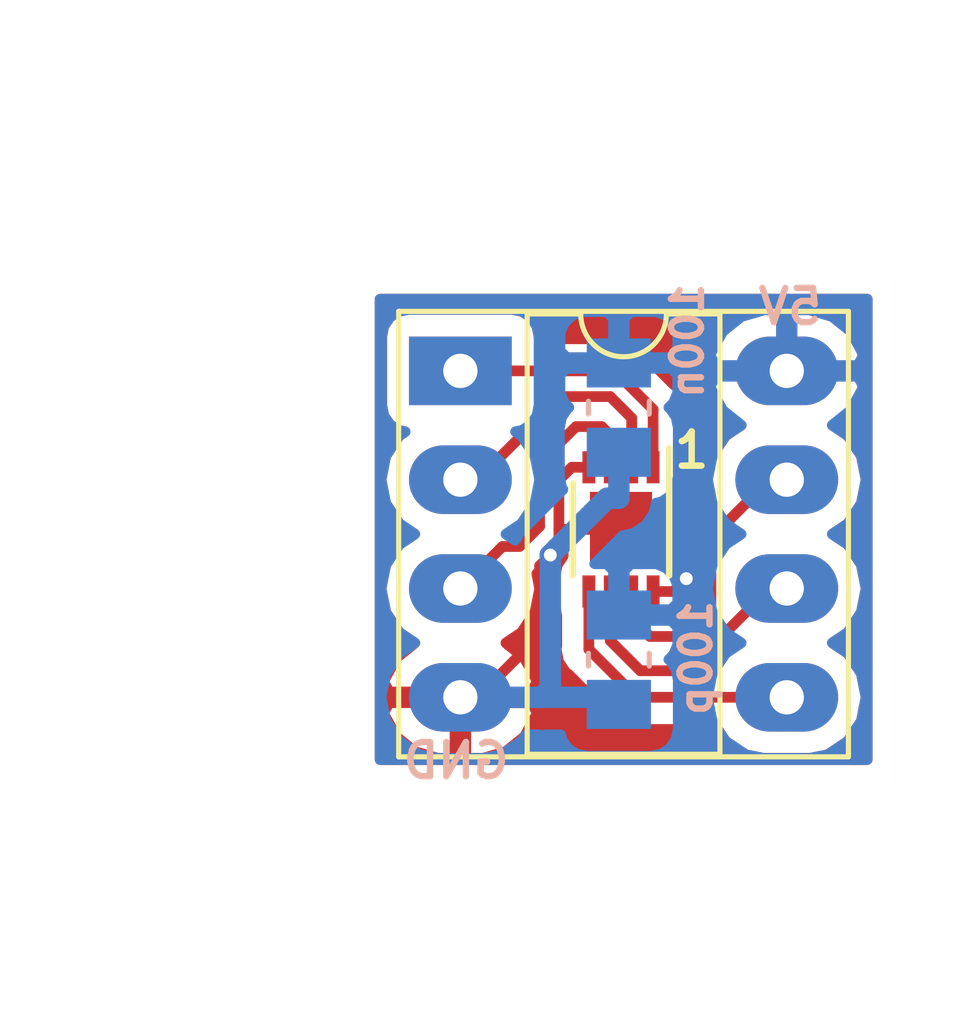
<source format=kicad_pcb>
(kicad_pcb (version 20171130) (host pcbnew "(5.0.0-rc2-dev-70-g2da7199a3)")

  (general
    (thickness 1.6)
    (drawings 7)
    (tracks 61)
    (zones 0)
    (modules 4)
    (nets 9)
  )

  (page A4)
  (layers
    (0 F.Cu signal)
    (31 B.Cu signal)
    (32 B.Adhes user)
    (33 F.Adhes user)
    (34 B.Paste user)
    (35 F.Paste user)
    (36 B.SilkS user)
    (37 F.SilkS user)
    (38 B.Mask user)
    (39 F.Mask user)
    (40 Dwgs.User user)
    (41 Cmts.User user)
    (42 Eco1.User user)
    (43 Eco2.User user)
    (44 Edge.Cuts user)
    (45 Margin user)
    (46 B.CrtYd user)
    (47 F.CrtYd user)
    (48 B.Fab user)
    (49 F.Fab user)
  )

  (setup
    (last_trace_width 0.25)
    (user_trace_width 0.25)
    (user_trace_width 0.5)
    (trace_clearance 0.2)
    (zone_clearance 0.5)
    (zone_45_only no)
    (trace_min 0.2)
    (segment_width 0.2)
    (edge_width 0.001)
    (via_size 0.8)
    (via_drill 0.4)
    (via_min_size 0.4)
    (via_min_drill 0.3)
    (user_via 0.5 0.3)
    (uvia_size 0.3)
    (uvia_drill 0.1)
    (uvias_allowed no)
    (uvia_min_size 0.2)
    (uvia_min_drill 0.1)
    (pcb_text_width 0.3)
    (pcb_text_size 1.5 1.5)
    (mod_edge_width 0.15)
    (mod_text_size 1 1)
    (mod_text_width 0.15)
    (pad_size 0.5 0.5)
    (pad_drill 0)
    (pad_to_mask_clearance 0.2)
    (aux_axis_origin 0 0)
    (visible_elements 7FFFFFFF)
    (pcbplotparams
      (layerselection 0x010fc_ffffffff)
      (usegerberextensions false)
      (usegerberattributes false)
      (usegerberadvancedattributes false)
      (creategerberjobfile false)
      (excludeedgelayer true)
      (linewidth 0.100000)
      (plotframeref false)
      (viasonmask false)
      (mode 1)
      (useauxorigin false)
      (hpglpennumber 1)
      (hpglpenspeed 20)
      (hpglpendiameter 15)
      (psnegative false)
      (psa4output false)
      (plotreference true)
      (plotvalue true)
      (plotinvisibletext false)
      (padsonsilk false)
      (subtractmaskfromsilk false)
      (outputformat 1)
      (mirror false)
      (drillshape 1)
      (scaleselection 1)
      (outputdirectory ""))
  )

  (net 0 "")
  (net 1 "Net-(J1-Pad1)")
  (net 2 "Net-(J1-Pad5)")
  (net 3 "Net-(J1-Pad2)")
  (net 4 "Net-(J1-Pad6)")
  (net 5 "Net-(J1-Pad3)")
  (net 6 "Net-(J1-Pad7)")
  (net 7 GND)
  (net 8 +5V)

  (net_class Default "This is the default net class."
    (clearance 0.2)
    (trace_width 0.25)
    (via_dia 0.8)
    (via_drill 0.4)
    (uvia_dia 0.3)
    (uvia_drill 0.1)
    (add_net +5V)
    (add_net GND)
    (add_net "Net-(J1-Pad1)")
    (add_net "Net-(J1-Pad2)")
    (add_net "Net-(J1-Pad3)")
    (add_net "Net-(J1-Pad5)")
    (add_net "Net-(J1-Pad6)")
    (add_net "Net-(J1-Pad7)")
  )

  (module Capacitor_SMD:C_0805_2012Metric_Pad1.15x1.50mm_HandSolder (layer B.Cu) (tedit 5B61A41B) (tstamp 5B62ACCC)
    (at 35 52.0425 90)
    (descr "Capacitor SMD 0805 (2012 Metric), square (rectangular) end terminal, IPC_7351 nominal with elongated pad for handsoldering. (Body size source: http://www.tortai-tech.com/upload/download/2011102023233369053.pdf), generated with kicad-footprint-generator")
    (tags "capacitor handsolder")
    (path /5B61BB83)
    (attr smd)
    (fp_text reference 100p (at 0.0425 1.8 90) (layer B.SilkS)
      (effects (font (size 0.7 0.7) (thickness 0.15)) (justify mirror))
    )
    (fp_text value C_Small (at -0.4575 -8.5 90) (layer B.Fab)
      (effects (font (size 1 1) (thickness 0.15)) (justify mirror))
    )
    (fp_text user %R (at 2.5575 0 180) (layer B.Fab)
      (effects (font (size 0.5 0.5) (thickness 0.08)) (justify mirror))
    )
    (fp_line (start 1.86 -1) (end -1.86 -1) (layer B.CrtYd) (width 0.05))
    (fp_line (start 1.86 1) (end 1.86 -1) (layer B.CrtYd) (width 0.05))
    (fp_line (start -1.86 1) (end 1.86 1) (layer B.CrtYd) (width 0.05))
    (fp_line (start -1.86 -1) (end -1.86 1) (layer B.CrtYd) (width 0.05))
    (fp_line (start -0.15 -0.71) (end 0.15 -0.71) (layer B.SilkS) (width 0.12))
    (fp_line (start -0.15 0.71) (end 0.15 0.71) (layer B.SilkS) (width 0.12))
    (fp_line (start 1 -0.6) (end -1 -0.6) (layer B.Fab) (width 0.1))
    (fp_line (start 1 0.6) (end 1 -0.6) (layer B.Fab) (width 0.1))
    (fp_line (start -1 0.6) (end 1 0.6) (layer B.Fab) (width 0.1))
    (fp_line (start -1 -0.6) (end -1 0.6) (layer B.Fab) (width 0.1))
    (pad 2 smd rect (at 1.0425 0 90) (size 1.145 1.5) (layers B.Cu B.Paste B.Mask)
      (net 8 +5V))
    (pad 1 smd rect (at -1.0425 0 90) (size 1.145 1.5) (layers B.Cu B.Paste B.Mask)
      (net 7 GND))
    (model ${KISYS3DMOD}/Capacitor_SMD.3dshapes/C_0805_2012Metric.wrl
      (at (xyz 0 0 0))
      (scale (xyz 1 1 1))
      (rotate (xyz 0 0 0))
    )
  )

  (module Capacitor_SMD:C_0805_2012Metric_Pad1.15x1.50mm_HandSolder (layer B.Cu) (tedit 5B61A416) (tstamp 5B62AD3E)
    (at 35 46.1575 270)
    (descr "Capacitor SMD 0805 (2012 Metric), square (rectangular) end terminal, IPC_7351 nominal with elongated pad for handsoldering. (Body size source: http://www.tortai-tech.com/upload/download/2011102023233369053.pdf), generated with kicad-footprint-generator")
    (tags "capacitor handsolder")
    (path /5B61BC6B)
    (attr smd)
    (fp_text reference 100n (at -1.5575 -1.6 90) (layer B.SilkS)
      (effects (font (size 0.7 0.7) (thickness 0.15)) (justify mirror))
    )
    (fp_text value C_Small (at -0.4575 8.3 270) (layer B.Fab)
      (effects (font (size 1 1) (thickness 0.15)) (justify mirror))
    )
    (fp_line (start -1 -0.6) (end -1 0.6) (layer B.Fab) (width 0.1))
    (fp_line (start -1 0.6) (end 1 0.6) (layer B.Fab) (width 0.1))
    (fp_line (start 1 0.6) (end 1 -0.6) (layer B.Fab) (width 0.1))
    (fp_line (start 1 -0.6) (end -1 -0.6) (layer B.Fab) (width 0.1))
    (fp_line (start -0.15 0.71) (end 0.15 0.71) (layer B.SilkS) (width 0.12))
    (fp_line (start -0.15 -0.71) (end 0.15 -0.71) (layer B.SilkS) (width 0.12))
    (fp_line (start -1.86 -1) (end -1.86 1) (layer B.CrtYd) (width 0.05))
    (fp_line (start -1.86 1) (end 1.86 1) (layer B.CrtYd) (width 0.05))
    (fp_line (start 1.86 1) (end 1.86 -1) (layer B.CrtYd) (width 0.05))
    (fp_line (start 1.86 -1) (end -1.86 -1) (layer B.CrtYd) (width 0.05))
    (fp_text user %R (at 2.6425 0) (layer B.Fab)
      (effects (font (size 0.5 0.5) (thickness 0.08)) (justify mirror))
    )
    (pad 1 smd rect (at -1.0425 0 270) (size 1.145 1.5) (layers B.Cu B.Paste B.Mask)
      (net 8 +5V))
    (pad 2 smd rect (at 1.0425 0 270) (size 1.145 1.5) (layers B.Cu B.Paste B.Mask)
      (net 7 GND))
    (model ${KISYS3DMOD}/Capacitor_SMD.3dshapes/C_0805_2012Metric.wrl
      (at (xyz 0 0 0))
      (scale (xyz 1 1 1))
      (rotate (xyz 0 0 0))
    )
  )

  (module Package_DFN_QFN:DFN-8-1EP_3x2mm_P0.5mm_EP1.75x1.45mm (layer F.Cu) (tedit 5B61B977) (tstamp 5B625E06)
    (at 35.05 49 270)
    (descr "8-Lead Plastic Dual Flat, No Lead Package (MC) - 2x3x0.9 mm Body [DFN] (see Microchip Packaging Specification 00000049BS.pdf)")
    (tags "DFN 0.5")
    (path /5B619D2C)
    (solder_mask_margin 0.05)
    (clearance 0.05)
    (attr smd)
    (fp_text reference J1 (at -11.16 3.5) (layer F.SilkS) hide
      (effects (font (size 1 1) (thickness 0.15)))
    )
    (fp_text value Conn_02x04_Counter_Clockwise (at -0.4 13.65 270) (layer F.Fab)
      (effects (font (size 1 1) (thickness 0.15)))
    )
    (fp_text user %R (at 0 0 270) (layer F.Fab)
      (effects (font (size 0.7 0.7) (thickness 0.105)))
    )
    (fp_line (start -0.5 -1) (end 1.5 -1) (layer F.Fab) (width 0.15))
    (fp_line (start 1.5 -1) (end 1.5 1) (layer F.Fab) (width 0.15))
    (fp_line (start 1.5 1) (end -1.5 1) (layer F.Fab) (width 0.15))
    (fp_line (start -1.5 1) (end -1.5 0) (layer F.Fab) (width 0.15))
    (fp_line (start -1.5 0) (end -0.5 -1) (layer F.Fab) (width 0.15))
    (fp_line (start -2.1 -1.3) (end -2.1 1.3) (layer F.CrtYd) (width 0.05))
    (fp_line (start 2.1 -1.3) (end 2.1 1.3) (layer F.CrtYd) (width 0.05))
    (fp_line (start -2.1 -1.3) (end 2.1 -1.3) (layer F.CrtYd) (width 0.05))
    (fp_line (start -2.1 1.3) (end 2.1 1.3) (layer F.CrtYd) (width 0.05))
    (fp_line (start -1.075 1.125) (end 1.075 1.125) (layer F.SilkS) (width 0.15))
    (fp_line (start -1.9 -1.125) (end 1.075 -1.125) (layer F.SilkS) (width 0.15))
    (pad 1 smd rect (at -1.45 -0.75 270) (size 0.75 0.3) (layers F.Cu F.Paste F.Mask)
      (net 1 "Net-(J1-Pad1)"))
    (pad 2 smd rect (at -1.45 -0.25 270) (size 0.75 0.3) (layers F.Cu F.Paste F.Mask)
      (net 3 "Net-(J1-Pad2)"))
    (pad 3 smd rect (at -1.45 0.25 270) (size 0.75 0.3) (layers F.Cu F.Paste F.Mask)
      (net 5 "Net-(J1-Pad3)"))
    (pad 4 smd rect (at -1.45 0.75 270) (size 0.75 0.3) (layers F.Cu F.Paste F.Mask)
      (net 7 GND))
    (pad 5 smd rect (at 1.45 0.75 270) (size 0.75 0.3) (layers F.Cu F.Paste F.Mask)
      (net 2 "Net-(J1-Pad5)"))
    (pad 6 smd rect (at 1.45 0.25 270) (size 0.75 0.3) (layers F.Cu F.Paste F.Mask)
      (net 4 "Net-(J1-Pad6)"))
    (pad 7 smd rect (at 1.45 -0.25 270) (size 0.75 0.3) (layers F.Cu F.Paste F.Mask)
      (net 6 "Net-(J1-Pad7)"))
    (pad 8 smd rect (at 1.45 -0.75 270) (size 0.75 0.3) (layers F.Cu F.Paste F.Mask)
      (net 8 +5V))
    (pad "" smd rect (at -0.4375 0.3625 270) (size 0.71 0.58) (layers F.Paste))
    (pad 9 smd rect (at 0 0 270) (size 1.75 1.45) (layers F.Cu F.Mask)
      (net 7 GND))
    (pad "" smd rect (at 0.4375 0.3625 270) (size 0.71 0.58) (layers F.Paste))
    (pad "" smd rect (at 0.4375 -0.3625 270) (size 0.71 0.58) (layers F.Paste))
    (pad "" smd rect (at -0.4375 -0.3625 270) (size 0.71 0.58) (layers F.Paste))
    (model ${KISYS3DMOD}/Package_DFN_QFN.3dshapes/DFN-8-1EP_3x2mm_P0.5mm_EP1.75x1.45mm.wrl
      (at (xyz 0 0 0))
      (scale (xyz 1 1 1))
      (rotate (xyz 0 0 0))
    )
  )

  (module Package_DIP:DIP-8_W7.62mm_Socket_LongPads (layer F.Cu) (tedit 5B61B973) (tstamp 5B625DE9)
    (at 31.3 45.3)
    (descr "8-lead though-hole mounted DIP package, row spacing 7.62 mm (300 mils), Socket, LongPads")
    (tags "THT DIP DIL PDIP 2.54mm 7.62mm 300mil Socket LongPads")
    (path /5B619B32)
    (fp_text reference U1 (at 7.58 -7.42) (layer F.SilkS) hide
      (effects (font (size 1 1) (thickness 0.15)))
    )
    (fp_text value Opamp_Dual_Generic (at 3.9 10.9) (layer F.Fab)
      (effects (font (size 1 1) (thickness 0.15)))
    )
    (fp_arc (start 3.81 -1.33) (end 2.81 -1.33) (angle -180) (layer F.SilkS) (width 0.12))
    (fp_line (start 1.635 -1.27) (end 6.985 -1.27) (layer F.Fab) (width 0.1))
    (fp_line (start 6.985 -1.27) (end 6.985 8.89) (layer F.Fab) (width 0.1))
    (fp_line (start 6.985 8.89) (end 0.635 8.89) (layer F.Fab) (width 0.1))
    (fp_line (start 0.635 8.89) (end 0.635 -0.27) (layer F.Fab) (width 0.1))
    (fp_line (start 0.635 -0.27) (end 1.635 -1.27) (layer F.Fab) (width 0.1))
    (fp_line (start -1.27 -1.33) (end -1.27 8.95) (layer F.Fab) (width 0.1))
    (fp_line (start -1.27 8.95) (end 8.89 8.95) (layer F.Fab) (width 0.1))
    (fp_line (start 8.89 8.95) (end 8.89 -1.33) (layer F.Fab) (width 0.1))
    (fp_line (start 8.89 -1.33) (end -1.27 -1.33) (layer F.Fab) (width 0.1))
    (fp_line (start 2.81 -1.33) (end 1.56 -1.33) (layer F.SilkS) (width 0.12))
    (fp_line (start 1.56 -1.33) (end 1.56 8.95) (layer F.SilkS) (width 0.12))
    (fp_line (start 1.56 8.95) (end 6.06 8.95) (layer F.SilkS) (width 0.12))
    (fp_line (start 6.06 8.95) (end 6.06 -1.33) (layer F.SilkS) (width 0.12))
    (fp_line (start 6.06 -1.33) (end 4.81 -1.33) (layer F.SilkS) (width 0.12))
    (fp_line (start -1.44 -1.39) (end -1.44 9.01) (layer F.SilkS) (width 0.12))
    (fp_line (start -1.44 9.01) (end 9.06 9.01) (layer F.SilkS) (width 0.12))
    (fp_line (start 9.06 9.01) (end 9.06 -1.39) (layer F.SilkS) (width 0.12))
    (fp_line (start 9.06 -1.39) (end -1.44 -1.39) (layer F.SilkS) (width 0.12))
    (fp_line (start -1.55 -1.6) (end -1.55 9.2) (layer F.CrtYd) (width 0.05))
    (fp_line (start -1.55 9.2) (end 9.15 9.2) (layer F.CrtYd) (width 0.05))
    (fp_line (start 9.15 9.2) (end 9.15 -1.6) (layer F.CrtYd) (width 0.05))
    (fp_line (start 9.15 -1.6) (end -1.55 -1.6) (layer F.CrtYd) (width 0.05))
    (fp_text user %R (at 3.95 8.05) (layer F.Fab)
      (effects (font (size 1 1) (thickness 0.15)))
    )
    (pad 1 thru_hole rect (at 0 0) (size 2.4 1.6) (drill 0.8) (layers *.Cu *.Mask)
      (net 1 "Net-(J1-Pad1)"))
    (pad 5 thru_hole oval (at 7.62 7.62) (size 2.4 1.6) (drill 0.8) (layers *.Cu *.Mask)
      (net 2 "Net-(J1-Pad5)"))
    (pad 2 thru_hole oval (at 0 2.54) (size 2.4 1.6) (drill 0.8) (layers *.Cu *.Mask)
      (net 3 "Net-(J1-Pad2)"))
    (pad 6 thru_hole oval (at 7.62 5.08) (size 2.4 1.6) (drill 0.8) (layers *.Cu *.Mask)
      (net 4 "Net-(J1-Pad6)"))
    (pad 3 thru_hole oval (at 0 5.08) (size 2.4 1.6) (drill 0.8) (layers *.Cu *.Mask)
      (net 5 "Net-(J1-Pad3)"))
    (pad 7 thru_hole oval (at 7.62 2.54) (size 2.4 1.6) (drill 0.8) (layers *.Cu *.Mask)
      (net 6 "Net-(J1-Pad7)"))
    (pad 4 thru_hole oval (at 0 7.62) (size 2.4 1.6) (drill 0.8) (layers *.Cu *.Mask)
      (net 7 GND))
    (pad 8 thru_hole oval (at 7.62 0) (size 2.4 1.6) (drill 0.8) (layers *.Cu *.Mask)
      (net 8 +5V))
    (model ${KISYS3DMOD}/Package_DIP.3dshapes/DIP-8_W7.62mm_Socket.wrl
      (at (xyz 0 0 0))
      (scale (xyz 1 1 1))
      (rotate (xyz 0 0 0))
    )
  )

  (gr_text 1 (at 36.7 47.15) (layer F.SilkS)
    (effects (font (size 0.8 0.8) (thickness 0.15)))
  )
  (gr_text GND (at 31.2 54.4) (layer B.SilkS)
    (effects (font (size 0.8 0.8) (thickness 0.15)) (justify mirror))
  )
  (gr_text 5V (at 39 43.8) (layer B.SilkS)
    (effects (font (size 0.8 0.8) (thickness 0.15)) (justify mirror))
  )
  (gr_line (start 41.425 55) (end 28.8 55) (layer Edge.Cuts) (width 0.001))
  (gr_line (start 41.425 43) (end 41.425 55) (layer Edge.Cuts) (width 0.001))
  (gr_line (start 28.8 43) (end 41.425 43) (layer Edge.Cuts) (width 0.001))
  (gr_line (start 28.8 55) (end 28.8 43) (layer Edge.Cuts) (width 0.001))

  (segment (start 35 48.2725) (end 34.7275 48.2725) (width 0.5) (layer B.Cu) (net 7))
  (segment (start 34.7275 48.2725) (end 33.4 49.6) (width 0.5) (layer B.Cu) (net 7))
  (segment (start 33.2 52.92) (end 33.4 52.72) (width 0.5) (layer B.Cu) (net 7))
  (segment (start 33.4 52.72) (end 33.4 49.6) (width 0.5) (layer B.Cu) (net 7))
  (segment (start 33.4 49.6) (end 33.150001 49.849999) (width 0.25) (layer F.Cu) (net 7))
  (segment (start 33.150001 49.849999) (end 33.150001 51.469999) (width 0.25) (layer F.Cu) (net 7))
  (segment (start 33.150001 51.469999) (end 31.7 52.92) (width 0.25) (layer F.Cu) (net 7))
  (segment (start 31.7 52.92) (end 31.3 52.92) (width 0.25) (layer F.Cu) (net 7))
  (segment (start 33.6 49) (end 33.6 49.4) (width 0.25) (layer F.Cu) (net 7))
  (segment (start 33.6 47.85) (end 33.6 49) (width 0.25) (layer F.Cu) (net 7))
  (segment (start 34.075 49) (end 33.6 49) (width 0.25) (layer F.Cu) (net 7))
  (segment (start 34.075 49) (end 34.05001 49) (width 0.25) (layer F.Cu) (net 7))
  (segment (start 31.3 45.3) (end 34.9 45.3) (width 0.25) (layer F.Cu) (net 1))
  (segment (start 34.9 45.3) (end 35.8 46.2) (width 0.25) (layer F.Cu) (net 1))
  (segment (start 35.8 47.55) (end 35.8 46.2) (width 0.25) (layer F.Cu) (net 1))
  (segment (start 34.3 51.8) (end 35.42 52.92) (width 0.25) (layer F.Cu) (net 2))
  (segment (start 35.42 52.92) (end 38.92 52.92) (width 0.25) (layer F.Cu) (net 2))
  (segment (start 34.3 50.45) (end 34.3 51.8) (width 0.25) (layer F.Cu) (net 2))
  (segment (start 35.3 47.55) (end 35.3 46.4) (width 0.25) (layer F.Cu) (net 3))
  (segment (start 35.3 46.4) (end 34.8 45.9) (width 0.25) (layer F.Cu) (net 3))
  (segment (start 34.8 45.9) (end 33.6 45.9) (width 0.25) (layer F.Cu) (net 3))
  (segment (start 33.6 45.9) (end 33.6 45.94) (width 0.25) (layer F.Cu) (net 3))
  (segment (start 33.6 45.94) (end 31.7 47.84) (width 0.25) (layer F.Cu) (net 3))
  (segment (start 31.7 47.84) (end 31.3 47.84) (width 0.25) (layer F.Cu) (net 3))
  (segment (start 36.6 52.3) (end 35.5 52.3) (width 0.25) (layer F.Cu) (net 4))
  (segment (start 38.92 50.38) (end 38.52 50.38) (width 0.25) (layer F.Cu) (net 4))
  (segment (start 38.52 50.38) (end 36.6 52.3) (width 0.25) (layer F.Cu) (net 4))
  (segment (start 34.8 51.6) (end 35.5 52.3) (width 0.25) (layer F.Cu) (net 4))
  (segment (start 34.8 50.45) (end 34.8 51.6) (width 0.25) (layer F.Cu) (net 4))
  (segment (start 33.14999 48.93001) (end 32.68 49.4) (width 0.25) (layer F.Cu) (net 5))
  (segment (start 33.14999 47.45001) (end 33.14999 48.93001) (width 0.25) (layer F.Cu) (net 5))
  (segment (start 34 46.6) (end 33.14999 47.45001) (width 0.25) (layer F.Cu) (net 5))
  (segment (start 34.6 46.6) (end 34 46.6) (width 0.25) (layer F.Cu) (net 5))
  (segment (start 34.8 47.55) (end 34.8 46.8) (width 0.25) (layer F.Cu) (net 5))
  (segment (start 34.8 46.8) (end 34.6 46.6) (width 0.25) (layer F.Cu) (net 5))
  (segment (start 32.68 49.4) (end 32.28 49.4) (width 0.25) (layer F.Cu) (net 5))
  (segment (start 32.28 49.4) (end 31.3 50.38) (width 0.25) (layer F.Cu) (net 5))
  (segment (start 36.4 51.5) (end 35.725 51.5) (width 0.25) (layer F.Cu) (net 6))
  (segment (start 35.725 51.5) (end 35.3 51.075) (width 0.25) (layer F.Cu) (net 6))
  (segment (start 35.3 51.075) (end 35.3 50.45) (width 0.25) (layer F.Cu) (net 6))
  (segment (start 37.15001 50.74999) (end 36.4 51.5) (width 0.25) (layer F.Cu) (net 6))
  (segment (start 38.52 47.84) (end 37.15001 49.20999) (width 0.25) (layer F.Cu) (net 6))
  (segment (start 38.92 47.84) (end 38.52 47.84) (width 0.25) (layer F.Cu) (net 6))
  (segment (start 37.15001 49.20999) (end 37.15001 50.74999) (width 0.25) (layer F.Cu) (net 6))
  (segment (start 33.6 49.4) (end 33.4 49.6) (width 0.25) (layer F.Cu) (net 7))
  (via (at 33.4 49.6) (size 0.5) (drill 0.3) (layers F.Cu B.Cu) (net 7))
  (segment (start 31.3 52.92) (end 33.2 52.92) (width 0.5) (layer B.Cu) (net 7))
  (segment (start 33.2 52.92) (end 34.92 52.92) (width 0.5) (layer B.Cu) (net 7))
  (segment (start 35 48.2725) (end 35 47.2) (width 0.5) (layer B.Cu) (net 7))
  (segment (start 34.92 52.92) (end 35 53) (width 0.5) (layer B.Cu) (net 7))
  (segment (start 35.05 49) (end 34.075 49) (width 0.25) (layer F.Cu) (net 7))
  (segment (start 34.3 47.55) (end 33.9 47.55) (width 0.25) (layer F.Cu) (net 7))
  (segment (start 33.9 47.55) (end 33.6 47.85) (width 0.25) (layer F.Cu) (net 7))
  (segment (start 36.57501 45.67501) (end 36.95002 45.3) (width 0.25) (layer B.Cu) (net 8))
  (segment (start 36.95002 45.3) (end 38.92 45.3) (width 0.25) (layer B.Cu) (net 8))
  (segment (start 36.57501 50.15) (end 36.57501 45.67501) (width 0.25) (layer B.Cu) (net 8))
  (segment (start 36.27501 50.45) (end 36.57501 50.15) (width 0.25) (layer F.Cu) (net 8))
  (segment (start 36.2 50.45) (end 36.27501 50.45) (width 0.25) (layer F.Cu) (net 8))
  (via (at 36.57501 50.15) (size 0.5) (drill 0.3) (layers F.Cu B.Cu) (net 8))
  (segment (start 38.52 45.3) (end 38.92 45.3) (width 0.25) (layer F.Cu) (net 8))
  (segment (start 35.8 50.45) (end 36.2 50.45) (width 0.25) (layer F.Cu) (net 8))

  (zone (net 7) (net_name GND) (layer F.Cu) (tstamp 0) (hatch edge 0.508)
    (connect_pads (clearance 0.5))
    (min_thickness 0.25)
    (fill yes (arc_segments 16) (thermal_gap 0.5) (thermal_bridge_width 0.5))
    (polygon
      (pts
        (xy 28.8 43) (xy 28.8 55) (xy 41.425 55) (xy 41.425 43)
      )
    )
    (filled_polygon
      (pts
        (xy 40.799501 54.3745) (xy 29.4255 54.3745) (xy 29.4255 53.265521) (xy 29.517524 53.265521) (xy 29.535636 53.349839)
        (xy 29.803984 53.839239) (xy 30.239191 54.188693) (xy 30.775 54.345) (xy 31.175 54.345) (xy 31.175 53.045)
        (xy 31.425 53.045) (xy 31.425 54.345) (xy 31.825 54.345) (xy 32.360809 54.188693) (xy 32.796016 53.839239)
        (xy 33.064364 53.349839) (xy 33.082476 53.265521) (xy 32.962577 53.045) (xy 31.425 53.045) (xy 31.175 53.045)
        (xy 29.637423 53.045) (xy 29.517524 53.265521) (xy 29.4255 53.265521) (xy 29.4255 47.84) (xy 29.447083 47.84)
        (xy 29.55768 48.396007) (xy 29.872633 48.867367) (xy 30.235759 49.11) (xy 29.872633 49.352633) (xy 29.55768 49.823993)
        (xy 29.447083 50.38) (xy 29.55768 50.936007) (xy 29.872633 51.407367) (xy 30.23852 51.651845) (xy 29.803984 52.000761)
        (xy 29.535636 52.490161) (xy 29.517524 52.574479) (xy 29.637423 52.795) (xy 31.175 52.795) (xy 31.175 52.775)
        (xy 31.425 52.775) (xy 31.425 52.795) (xy 32.962577 52.795) (xy 33.082476 52.574479) (xy 33.064364 52.490161)
        (xy 32.796016 52.000761) (xy 32.36148 51.651845) (xy 32.727367 51.407367) (xy 33.04232 50.936007) (xy 33.152917 50.38)
        (xy 33.083744 50.032244) (xy 33.22072 49.94072) (xy 33.262565 49.878094) (xy 33.628086 49.512574) (xy 33.69071 49.47073)
        (xy 33.7 49.456826) (xy 33.7 49.623999) (xy 33.6994 49.6244) (xy 33.561263 49.831137) (xy 33.512756 50.075)
        (xy 33.512756 50.825) (xy 33.55 51.012242) (xy 33.550001 51.72613) (xy 33.535307 51.8) (xy 33.58319 52.040719)
        (xy 33.593517 52.092635) (xy 33.759281 52.34072) (xy 33.821904 52.382563) (xy 34.837438 53.398099) (xy 34.87928 53.46072)
        (xy 35.127365 53.626484) (xy 35.346134 53.67) (xy 35.419999 53.684693) (xy 35.493864 53.67) (xy 37.307302 53.67)
        (xy 37.492633 53.947367) (xy 37.963993 54.26232) (xy 38.379652 54.345) (xy 39.460348 54.345) (xy 39.876007 54.26232)
        (xy 40.347367 53.947367) (xy 40.66232 53.476007) (xy 40.772917 52.92) (xy 40.66232 52.363993) (xy 40.347367 51.892633)
        (xy 39.984241 51.65) (xy 40.347367 51.407367) (xy 40.66232 50.936007) (xy 40.772917 50.38) (xy 40.66232 49.823993)
        (xy 40.347367 49.352633) (xy 39.984241 49.11) (xy 40.347367 48.867367) (xy 40.66232 48.396007) (xy 40.772917 47.84)
        (xy 40.66232 47.283993) (xy 40.347367 46.812633) (xy 39.984241 46.57) (xy 40.347367 46.327367) (xy 40.66232 45.856007)
        (xy 40.772917 45.3) (xy 40.66232 44.743993) (xy 40.347367 44.272633) (xy 39.876007 43.95768) (xy 39.460348 43.875)
        (xy 38.379652 43.875) (xy 37.963993 43.95768) (xy 37.492633 44.272633) (xy 37.17768 44.743993) (xy 37.067083 45.3)
        (xy 37.17768 45.856007) (xy 37.492633 46.327367) (xy 37.855759 46.57) (xy 37.492633 46.812633) (xy 37.17768 47.283993)
        (xy 37.067083 47.84) (xy 37.132163 48.167178) (xy 36.671916 48.627425) (xy 36.60929 48.66927) (xy 36.443526 48.917356)
        (xy 36.419592 49.03768) (xy 36.385317 49.20999) (xy 36.398455 49.276038) (xy 36.395862 49.277112) (xy 36.24375 49.125)
        (xy 35.175 49.125) (xy 35.175 49.145) (xy 34.925 49.145) (xy 34.925 49.125) (xy 34.905 49.125)
        (xy 34.905 48.875) (xy 34.925 48.875) (xy 34.925 48.855) (xy 35.175 48.855) (xy 35.175 48.875)
        (xy 36.24375 48.875) (xy 36.4 48.71875) (xy 36.4 48.376001) (xy 36.4006 48.3756) (xy 36.538737 48.168863)
        (xy 36.587244 47.925) (xy 36.587244 47.175) (xy 36.55 46.98776) (xy 36.55 46.273864) (xy 36.564693 46.199999)
        (xy 36.5262 46.006484) (xy 36.506484 45.907365) (xy 36.34072 45.65928) (xy 36.278099 45.617438) (xy 35.482565 44.821906)
        (xy 35.44072 44.75928) (xy 35.192635 44.593516) (xy 34.973866 44.55) (xy 34.973865 44.55) (xy 34.9 44.535307)
        (xy 34.826135 44.55) (xy 33.137244 44.55) (xy 33.137244 44.5) (xy 33.088737 44.256137) (xy 32.9506 44.0494)
        (xy 32.743863 43.911263) (xy 32.5 43.862756) (xy 30.1 43.862756) (xy 29.856137 43.911263) (xy 29.6494 44.0494)
        (xy 29.511263 44.256137) (xy 29.462756 44.5) (xy 29.462756 46.1) (xy 29.511263 46.343863) (xy 29.6494 46.5506)
        (xy 29.856137 46.688737) (xy 30.011736 46.719687) (xy 29.872633 46.812633) (xy 29.55768 47.283993) (xy 29.447083 47.84)
        (xy 29.4255 47.84) (xy 29.4255 43.6255) (xy 40.7995 43.6255)
      )
    )
  )
  (zone (net 8) (net_name +5V) (layer B.Cu) (tstamp 5B62B97C) (hatch edge 0.508)
    (connect_pads (clearance 0.5))
    (min_thickness 0.25)
    (fill yes (arc_segments 16) (thermal_gap 0.5) (thermal_bridge_width 0.5))
    (polygon
      (pts
        (xy 28.8 43) (xy 28.8 55) (xy 41.425 55) (xy 41.425 43)
      )
    )
    (filled_polygon
      (pts
        (xy 40.799501 54.3745) (xy 29.4255 54.3745) (xy 29.4255 47.84) (xy 29.447083 47.84) (xy 29.55768 48.396007)
        (xy 29.872633 48.867367) (xy 30.235759 49.11) (xy 29.872633 49.352633) (xy 29.55768 49.823993) (xy 29.447083 50.38)
        (xy 29.55768 50.936007) (xy 29.872633 51.407367) (xy 30.235759 51.65) (xy 29.872633 51.892633) (xy 29.55768 52.363993)
        (xy 29.447083 52.92) (xy 29.55768 53.476007) (xy 29.872633 53.947367) (xy 30.343993 54.26232) (xy 30.759652 54.345)
        (xy 31.840348 54.345) (xy 32.256007 54.26232) (xy 32.727367 53.947367) (xy 32.829175 53.795) (xy 33.113822 53.795)
        (xy 33.2 53.812142) (xy 33.286178 53.795) (xy 33.640106 53.795) (xy 33.661263 53.901363) (xy 33.7994 54.1081)
        (xy 34.006137 54.246237) (xy 34.25 54.294744) (xy 35.75 54.294744) (xy 35.993863 54.246237) (xy 36.2006 54.1081)
        (xy 36.338737 53.901363) (xy 36.387244 53.6575) (xy 36.387244 52.5125) (xy 36.338737 52.268637) (xy 36.2006 52.0619)
        (xy 36.166961 52.039423) (xy 36.27985 51.926534) (xy 36.375 51.69682) (xy 36.375 51.28125) (xy 36.21875 51.125)
        (xy 35.125 51.125) (xy 35.125 51.145) (xy 34.875 51.145) (xy 34.875 51.125) (xy 34.855 51.125)
        (xy 34.855 50.875) (xy 34.875 50.875) (xy 34.875 49.95875) (xy 35.125 49.95875) (xy 35.125 50.875)
        (xy 36.21875 50.875) (xy 36.375 50.71875) (xy 36.375 50.30318) (xy 36.27985 50.073466) (xy 36.104034 49.897651)
        (xy 35.87432 49.8025) (xy 35.28125 49.8025) (xy 35.125 49.95875) (xy 34.875 49.95875) (xy 34.71875 49.8025)
        (xy 34.434936 49.8025) (xy 35.09087 49.146567) (xy 35.341408 49.096732) (xy 35.63084 48.90334) (xy 35.824232 48.613908)
        (xy 35.869574 48.38596) (xy 35.993863 48.361237) (xy 36.2006 48.2231) (xy 36.338737 48.016363) (xy 36.373817 47.84)
        (xy 37.067083 47.84) (xy 37.17768 48.396007) (xy 37.492633 48.867367) (xy 37.855759 49.11) (xy 37.492633 49.352633)
        (xy 37.17768 49.823993) (xy 37.067083 50.38) (xy 37.17768 50.936007) (xy 37.492633 51.407367) (xy 37.855759 51.65)
        (xy 37.492633 51.892633) (xy 37.17768 52.363993) (xy 37.067083 52.92) (xy 37.17768 53.476007) (xy 37.492633 53.947367)
        (xy 37.963993 54.26232) (xy 38.379652 54.345) (xy 39.460348 54.345) (xy 39.876007 54.26232) (xy 40.347367 53.947367)
        (xy 40.66232 53.476007) (xy 40.772917 52.92) (xy 40.66232 52.363993) (xy 40.347367 51.892633) (xy 39.984241 51.65)
        (xy 40.347367 51.407367) (xy 40.66232 50.936007) (xy 40.772917 50.38) (xy 40.66232 49.823993) (xy 40.347367 49.352633)
        (xy 39.984241 49.11) (xy 40.347367 48.867367) (xy 40.66232 48.396007) (xy 40.772917 47.84) (xy 40.66232 47.283993)
        (xy 40.347367 46.812633) (xy 39.98148 46.568155) (xy 40.416016 46.219239) (xy 40.684364 45.729839) (xy 40.702476 45.645521)
        (xy 40.582577 45.425) (xy 39.045 45.425) (xy 39.045 45.445) (xy 38.795 45.445) (xy 38.795 45.425)
        (xy 37.257423 45.425) (xy 37.137524 45.645521) (xy 37.155636 45.729839) (xy 37.423984 46.219239) (xy 37.85852 46.568155)
        (xy 37.492633 46.812633) (xy 37.17768 47.283993) (xy 37.067083 47.84) (xy 36.373817 47.84) (xy 36.387244 47.7725)
        (xy 36.387244 46.6275) (xy 36.338737 46.383637) (xy 36.2006 46.1769) (xy 36.166961 46.154423) (xy 36.27985 46.041534)
        (xy 36.375 45.81182) (xy 36.375 45.39625) (xy 36.21875 45.24) (xy 35.125 45.24) (xy 35.125 45.26)
        (xy 34.875 45.26) (xy 34.875 45.24) (xy 33.78125 45.24) (xy 33.625 45.39625) (xy 33.625 45.81182)
        (xy 33.72015 46.041534) (xy 33.833039 46.154423) (xy 33.7994 46.1769) (xy 33.661263 46.383637) (xy 33.612756 46.6275)
        (xy 33.612756 47.7725) (xy 33.661263 48.016363) (xy 33.695284 48.067279) (xy 32.842218 48.920345) (xy 32.769161 48.96916)
        (xy 32.720346 49.042217) (xy 32.658211 49.104352) (xy 32.624584 49.185536) (xy 32.57912 49.253577) (xy 32.364241 49.11)
        (xy 32.727367 48.867367) (xy 33.04232 48.396007) (xy 33.152917 47.84) (xy 33.04232 47.283993) (xy 32.727367 46.812633)
        (xy 32.588264 46.719687) (xy 32.743863 46.688737) (xy 32.9506 46.5506) (xy 33.088737 46.343863) (xy 33.137244 46.1)
        (xy 33.137244 44.5) (xy 33.12097 44.41818) (xy 33.625 44.41818) (xy 33.625 44.83375) (xy 33.78125 44.99)
        (xy 34.875 44.99) (xy 34.875 44.07375) (xy 35.125 44.07375) (xy 35.125 44.99) (xy 36.21875 44.99)
        (xy 36.254271 44.954479) (xy 37.137524 44.954479) (xy 37.257423 45.175) (xy 38.795 45.175) (xy 38.795 43.875)
        (xy 39.045 43.875) (xy 39.045 45.175) (xy 40.582577 45.175) (xy 40.702476 44.954479) (xy 40.684364 44.870161)
        (xy 40.416016 44.380761) (xy 39.980809 44.031307) (xy 39.445 43.875) (xy 39.045 43.875) (xy 38.795 43.875)
        (xy 38.395 43.875) (xy 37.859191 44.031307) (xy 37.423984 44.380761) (xy 37.155636 44.870161) (xy 37.137524 44.954479)
        (xy 36.254271 44.954479) (xy 36.375 44.83375) (xy 36.375 44.41818) (xy 36.27985 44.188466) (xy 36.104034 44.012651)
        (xy 35.87432 43.9175) (xy 35.28125 43.9175) (xy 35.125 44.07375) (xy 34.875 44.07375) (xy 34.71875 43.9175)
        (xy 34.12568 43.9175) (xy 33.895966 44.012651) (xy 33.72015 44.188466) (xy 33.625 44.41818) (xy 33.12097 44.41818)
        (xy 33.088737 44.256137) (xy 32.9506 44.0494) (xy 32.743863 43.911263) (xy 32.5 43.862756) (xy 30.1 43.862756)
        (xy 29.856137 43.911263) (xy 29.6494 44.0494) (xy 29.511263 44.256137) (xy 29.462756 44.5) (xy 29.462756 46.1)
        (xy 29.511263 46.343863) (xy 29.6494 46.5506) (xy 29.856137 46.688737) (xy 30.011736 46.719687) (xy 29.872633 46.812633)
        (xy 29.55768 47.283993) (xy 29.447083 47.84) (xy 29.4255 47.84) (xy 29.4255 43.6255) (xy 40.7995 43.6255)
      )
    )
  )
)

</source>
